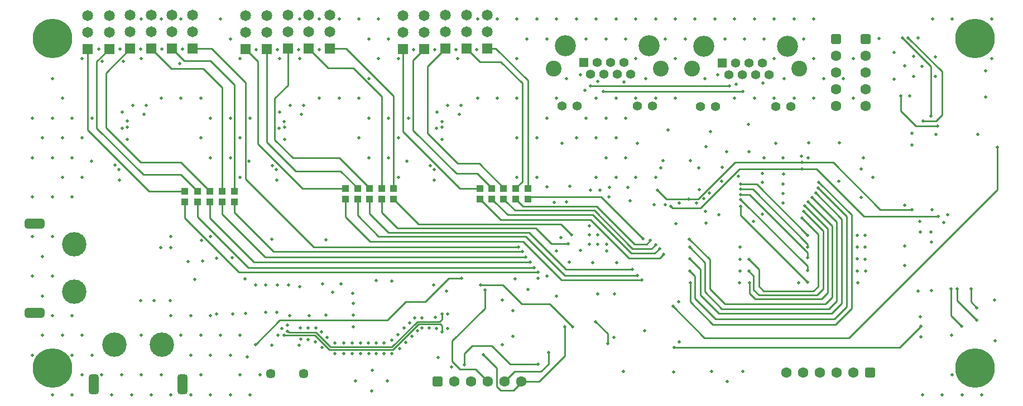
<source format=gbl>
G04*
G04 #@! TF.GenerationSoftware,Altium Limited,Altium Designer,22.4.2 (48)*
G04*
G04 Layer_Physical_Order=4*
G04 Layer_Color=13888217*
%FSLAX44Y44*%
%MOMM*%
G71*
G04*
G04 #@! TF.SameCoordinates,B701488B-7258-471B-98CB-2349E65484A3*
G04*
G04*
G04 #@! TF.FilePolarity,Positive*
G04*
G01*
G75*
%ADD14C,0.2540*%
G04:AMPARAMS|DCode=25|XSize=1mm|YSize=1.1mm|CornerRadius=0.075mm|HoleSize=0mm|Usage=FLASHONLY|Rotation=180.000|XOffset=0mm|YOffset=0mm|HoleType=Round|Shape=RoundedRectangle|*
%AMROUNDEDRECTD25*
21,1,1.0000,0.9500,0,0,180.0*
21,1,0.8500,1.1000,0,0,180.0*
1,1,0.1500,-0.4250,0.4750*
1,1,0.1500,0.4250,0.4750*
1,1,0.1500,0.4250,-0.4750*
1,1,0.1500,-0.4250,-0.4750*
%
%ADD25ROUNDEDRECTD25*%
%ADD104C,1.4080*%
%ADD105R,1.4080X1.4080*%
%ADD106C,2.4000*%
%ADD107C,3.2000*%
%ADD108C,1.6000*%
G04:AMPARAMS|DCode=109|XSize=1.6mm|YSize=1.6mm|CornerRadius=0.4mm|HoleSize=0mm|Usage=FLASHONLY|Rotation=180.000|XOffset=0mm|YOffset=0mm|HoleType=Round|Shape=RoundedRectangle|*
%AMROUNDEDRECTD109*
21,1,1.6000,0.8000,0,0,180.0*
21,1,0.8000,1.6000,0,0,180.0*
1,1,0.8000,-0.4000,0.4000*
1,1,0.8000,0.4000,0.4000*
1,1,0.8000,0.4000,-0.4000*
1,1,0.8000,-0.4000,-0.4000*
%
%ADD109ROUNDEDRECTD109*%
%ADD110C,1.4500*%
G04:AMPARAMS|DCode=111|XSize=1.6mm|YSize=1.6mm|CornerRadius=0.4mm|HoleSize=0mm|Usage=FLASHONLY|Rotation=270.000|XOffset=0mm|YOffset=0mm|HoleType=Round|Shape=RoundedRectangle|*
%AMROUNDEDRECTD111*
21,1,1.6000,0.8000,0,0,270.0*
21,1,0.8000,1.6000,0,0,270.0*
1,1,0.8000,-0.4000,-0.4000*
1,1,0.8000,-0.4000,0.4000*
1,1,0.8000,0.4000,0.4000*
1,1,0.8000,0.4000,-0.4000*
%
%ADD111ROUNDEDRECTD111*%
%ADD112C,3.7000*%
G04:AMPARAMS|DCode=113|XSize=1.5mm|YSize=3mm|CornerRadius=0.375mm|HoleSize=0mm|Usage=FLASHONLY|Rotation=90.000|XOffset=0mm|YOffset=0mm|HoleType=Round|Shape=RoundedRectangle|*
%AMROUNDEDRECTD113*
21,1,1.5000,2.2500,0,0,90.0*
21,1,0.7500,3.0000,0,0,90.0*
1,1,0.7500,1.1250,0.3750*
1,1,0.7500,1.1250,-0.3750*
1,1,0.7500,-1.1250,-0.3750*
1,1,0.7500,-1.1250,0.3750*
%
%ADD113ROUNDEDRECTD113*%
G04:AMPARAMS|DCode=114|XSize=1.5mm|YSize=3mm|CornerRadius=0.375mm|HoleSize=0mm|Usage=FLASHONLY|Rotation=180.000|XOffset=0mm|YOffset=0mm|HoleType=Round|Shape=RoundedRectangle|*
%AMROUNDEDRECTD114*
21,1,1.5000,2.2500,0,0,180.0*
21,1,0.7500,3.0000,0,0,180.0*
1,1,0.7500,-0.3750,1.1250*
1,1,0.7500,0.3750,1.1250*
1,1,0.7500,0.3750,-1.1250*
1,1,0.7500,-0.3750,-1.1250*
%
%ADD114ROUNDEDRECTD114*%
%ADD115C,6.0000*%
%ADD116R,1.6500X1.6500*%
%ADD117C,1.6500*%
%ADD118C,0.5000*%
D14*
X1471250Y525500D02*
X1490250D01*
X1133000Y393250D02*
X1192500Y452750D01*
X1090750Y393250D02*
X1133000D01*
X1088000Y396000D02*
X1090750Y393250D01*
X1185250Y463000D02*
X1286847D01*
X1129500Y407250D02*
X1185250Y463000D01*
X1115250Y407250D02*
X1129500D01*
X686000Y251250D02*
X716000D01*
X751500Y286750D02*
X770500D01*
X716000Y251250D02*
X751500Y286750D01*
X507435Y206230D02*
X509376Y204290D01*
X550173D02*
X571923Y182540D01*
X506770Y206230D02*
X507435D01*
X509376Y204290D02*
X550173D01*
X1448250Y652000D02*
X1499750Y600500D01*
Y535000D02*
Y600500D01*
X1490250Y525500D02*
X1499750Y535000D01*
X1482500Y532750D02*
Y608500D01*
X1439250Y651750D02*
X1482500Y608500D01*
X1460250Y518000D02*
X1493000D01*
X1437250Y541000D02*
X1460250Y518000D01*
X1437250Y541000D02*
Y563500D01*
X370140Y379860D02*
Y402570D01*
Y379860D02*
X447000Y303000D01*
X881250D01*
X1311500Y274250D02*
Y353250D01*
X1304500Y267250D02*
X1311500Y274250D01*
X1287000Y377750D02*
X1311500Y353250D01*
X1229000Y267250D02*
X1304500D01*
X1221750Y274500D02*
Y300500D01*
Y274500D02*
X1229000Y267250D01*
X1213750Y269250D02*
X1221698Y261302D01*
X1304948D02*
X1304948Y261302D01*
X1221698Y261302D02*
X1304948D01*
X1304948Y261302D02*
X1310052D01*
X1319500Y270750D02*
Y358250D01*
X1310052Y261302D02*
X1319500Y270750D01*
X1289750Y388000D02*
X1319500Y358250D01*
X1291750Y396500D02*
X1326500Y361750D01*
X1317250Y255250D02*
X1326500Y264500D01*
Y361750D01*
X1216250Y255250D02*
X1317250D01*
X1333000Y257500D02*
Y366250D01*
X1323000Y247500D02*
X1333000Y257500D01*
X1170750Y247500D02*
X1323000D01*
X1296750Y402500D02*
X1333000Y366250D01*
X1328250Y240500D02*
X1339750Y252000D01*
Y372250D01*
X1165500Y240500D02*
X1328250D01*
X1302500Y409500D02*
X1339750Y372250D01*
X1161000Y233250D02*
X1332500D01*
X1347500Y248250D02*
Y376750D01*
X1332500Y233250D02*
X1347500Y248250D01*
X1336250Y224750D02*
X1355000Y243500D01*
X1156250Y224750D02*
X1336250D01*
X1355000Y243500D02*
Y380750D01*
X1308250Y416000D02*
X1347500Y376750D01*
X1312000Y423750D02*
X1355000Y380750D01*
X1337750Y216250D02*
X1362500Y241000D01*
X1312750Y432750D02*
X1362500Y383000D01*
Y241000D02*
Y383000D01*
X1206750Y315500D02*
X1221750Y300500D01*
X1213750Y269250D02*
Y290500D01*
X1206750Y297500D02*
X1213750Y290500D01*
X1207250Y264250D02*
Y280250D01*
Y264250D02*
X1216250Y255250D01*
X1117500Y250750D02*
Y279750D01*
X1152000Y216250D02*
X1337750D01*
X1117500Y250750D02*
X1152000Y216250D01*
X1147250Y271000D02*
Y315250D01*
X1116500Y346000D02*
X1147250Y315250D01*
Y271000D02*
X1170750Y247500D01*
X1140000Y266000D02*
X1165500Y240500D01*
X1116750Y333750D02*
X1140000Y310500D01*
Y266000D02*
Y310500D01*
X1117000Y316000D02*
X1133000Y300000D01*
Y261250D02*
Y300000D01*
Y261250D02*
X1161000Y233250D01*
X1124750Y256250D02*
X1156250Y224750D01*
X1117250Y297500D02*
X1124750Y290000D01*
Y256250D02*
Y290000D01*
X1091250Y244000D02*
X1139000Y196250D01*
X1358250D02*
X1583250Y421250D01*
X1139000Y196250D02*
X1358250D01*
X1296000Y317750D02*
Y325250D01*
X1207721Y413529D02*
X1296000Y325250D01*
X1194971Y413529D02*
X1207721D01*
X1296000Y334500D02*
Y338750D01*
X1213000Y421750D02*
X1296000Y338750D01*
X1194500Y421750D02*
X1213000D01*
X1194500Y429500D02*
X1218500D01*
X1295750Y352250D01*
X1194250Y382000D02*
Y395750D01*
Y382000D02*
X1295750Y280500D01*
Y298500D02*
Y305210D01*
X1194500Y406460D02*
X1295750Y305210D01*
X1194500Y414000D02*
X1194971Y413529D01*
X1583250Y421250D02*
Y485250D01*
X1093000Y181500D02*
X1435250D01*
X1467750Y214000D01*
X1286906Y462941D02*
X1334482D01*
X1406173Y391250D02*
X1453750D01*
X1334482Y462941D02*
X1406173Y391250D01*
X1381500Y380750D02*
X1493500D01*
X1309500Y452750D02*
X1381500Y380750D01*
X1287000Y452750D02*
X1309500D01*
X1192500D02*
X1287000D01*
X1286847Y463000D02*
X1286906Y462941D01*
X1081500Y407250D02*
X1115250D01*
X1068000Y420750D02*
X1081500Y407250D01*
X986000Y570750D02*
X1197250D01*
X966750Y579000D02*
X1176750D01*
X871390Y407320D02*
X874070Y410000D01*
X982750D02*
X1045750Y347000D01*
X874070Y410000D02*
X982750D01*
X840710Y383000D02*
X969500D01*
X1028000Y324500D01*
X820620Y403090D02*
X840710Y383000D01*
X802620Y403090D02*
X829710Y376000D01*
X966000D01*
X1025000Y317000D01*
X667640Y406820D02*
X705460Y369000D01*
X921250D01*
X937500Y352750D01*
X673750Y362500D02*
X883750D01*
X906750Y339500D02*
X932750D01*
X883750Y362500D02*
X906750Y339500D01*
X649390Y386860D02*
X673750Y362500D01*
X649390Y386860D02*
Y407320D01*
X838870Y403090D02*
X852210Y389750D01*
X972000D01*
X1030000Y331750D01*
X857370Y403090D02*
X864210Y396250D01*
X975250D02*
X1033250Y338250D01*
X864210Y396250D02*
X975250D01*
X660000Y356250D02*
X873000D01*
X928750Y300500D01*
X631140Y385110D02*
X660000Y356250D01*
X928750Y300500D02*
X1030000D01*
X868250Y350000D02*
X927250Y291000D01*
X612890Y382110D02*
X645000Y350000D01*
X868250D01*
X927250Y291000D02*
X1037750D01*
X632250Y342500D02*
X863750D01*
X922500Y283750D01*
X1044000D01*
X594640Y380110D02*
X632250Y342500D01*
X443250Y437500D02*
X546250Y334500D01*
X856750D01*
X485500Y327250D02*
X862750D01*
X426390Y386360D02*
X485500Y327250D01*
X407640Y384110D02*
X472500Y319250D01*
X868500D01*
X456000Y311000D02*
X874750D01*
X388890Y378110D02*
X456000Y311000D01*
X351140Y377860D02*
X433250Y295750D01*
X887000D01*
X612890Y382110D02*
Y407320D01*
X631140Y385110D02*
Y407320D01*
X657750Y223000D02*
X686000Y251250D01*
X1033250Y338250D02*
X1051500D01*
X1057250Y344000D01*
X1059000Y331750D02*
X1065000Y337750D01*
X1030000Y331750D02*
X1059000D01*
X1063750Y324500D02*
X1071000Y331750D01*
X1028000Y324500D02*
X1063750D01*
X1025000Y317000D02*
X1071000D01*
X1077500Y323500D01*
X594640Y380110D02*
Y407320D01*
X798390Y406820D02*
Y407320D01*
Y406820D02*
X802120Y403090D01*
X802620D01*
X816390Y406820D02*
Y407320D01*
Y406820D02*
X820120Y403090D01*
X820620D01*
X853140Y406820D02*
Y407320D01*
Y406820D02*
X856870Y403090D01*
X857370D01*
X834640Y406820D02*
Y407320D01*
Y406820D02*
X838370Y403090D01*
X838870D01*
X426390Y386360D02*
Y402570D01*
X407640Y384110D02*
Y402570D01*
X388890Y378110D02*
Y402570D01*
X351140Y377860D02*
Y402570D01*
X1513250Y230000D02*
X1529250Y214000D01*
X1513250Y230000D02*
Y270500D01*
X1537625Y237875D02*
Y237875D01*
X1523000Y252500D02*
Y270750D01*
Y252500D02*
X1537625Y237875D01*
Y237875D02*
X1552250Y223250D01*
X1543750Y251000D02*
X1552500Y242250D01*
X1543750Y251000D02*
Y271000D01*
X974250Y221000D02*
X992250Y203000D01*
Y187500D02*
Y203000D01*
X774750Y155250D02*
Y172250D01*
X756750Y191750D02*
X806000Y241000D01*
X756750Y160750D02*
Y191750D01*
Y160750D02*
X768500Y149000D01*
X791800D01*
X810800Y130000D01*
X806000Y241000D02*
Y268500D01*
X799250Y276250D02*
X833750D01*
X862500Y247500D01*
X886860Y156000D02*
X887180Y156320D01*
X844500Y156000D02*
X886860D01*
X816500Y184000D02*
X844500Y156000D01*
X786500Y184000D02*
X816500D01*
X774750Y172250D02*
X786500Y184000D01*
X902500Y156250D02*
Y174500D01*
X891250Y145000D02*
X902500Y156250D01*
X851200Y145000D02*
X891250D01*
X888250Y130000D02*
X927500Y169250D01*
Y212750D01*
X861600Y130000D02*
X888250D01*
X824000Y122250D02*
Y150250D01*
X803500Y170750D02*
X824000Y150250D01*
Y122250D02*
X830000Y116250D01*
X849500D01*
X861600Y128350D01*
Y130000D01*
X836200D02*
X851200Y145000D01*
X904750Y247500D02*
X939250Y213000D01*
X862500Y247500D02*
X904750D01*
X862750Y433430D02*
Y582750D01*
X798308Y615250D02*
X830250D01*
X862750Y582750D01*
X871390Y423320D02*
Y586860D01*
X822666Y635584D02*
X871390Y586860D01*
X809724Y635584D02*
X822666D01*
X778228Y635330D02*
X798308Y615250D01*
X853140Y423820D02*
X862750Y433430D01*
X853140Y423320D02*
Y423820D01*
X697500Y511000D02*
Y618138D01*
Y511000D02*
X763000Y445500D01*
X794710D01*
X697500Y618138D02*
X714432Y635070D01*
X719000Y507250D02*
X765250Y461000D01*
X719000Y608106D02*
X746224Y635330D01*
X719000Y507250D02*
Y608106D01*
X765250Y461000D02*
X797460D01*
X834640Y423820D01*
Y423320D02*
Y423820D01*
X767930Y423320D02*
X798390D01*
X681962Y509288D02*
Y634822D01*
Y509288D02*
X767930Y423320D01*
X794710Y445500D02*
X816390Y423820D01*
Y423320D02*
Y423820D01*
X487500Y496500D02*
Y560003D01*
Y496500D02*
X514750Y469250D01*
X487500Y560003D02*
X507182Y579684D01*
X539186Y635330D02*
X568766Y605750D01*
X606500D02*
X649390Y562860D01*
Y423320D02*
Y562860D01*
X568766Y605750D02*
X606500D01*
X571640Y635584D02*
X595416D01*
X667640Y423320D02*
Y563360D01*
X595416Y635584D02*
X667640Y563360D01*
X570682Y635584D02*
X571640D01*
X585710Y469250D02*
X631140Y423820D01*
X514750Y469250D02*
X585710D01*
X631140Y423320D02*
Y423820D01*
X507182Y579684D02*
Y635330D01*
X475390Y493360D02*
X519500Y449250D01*
X587460D01*
X612890Y423820D01*
X475390Y493360D02*
Y634070D01*
X529180Y423320D02*
X594640D01*
X461500Y491000D02*
X529180Y423320D01*
X461500Y491000D02*
Y616242D01*
X612890Y423320D02*
Y423820D01*
X442920Y634822D02*
X461500Y616242D01*
X443250Y437500D02*
Y584000D01*
X378750Y605250D02*
X407640Y576360D01*
Y418570D02*
Y576360D01*
X369640Y418570D02*
Y419570D01*
X365910Y422800D02*
X366410D01*
X369640Y419570D01*
X344710Y444000D02*
X365910Y422800D01*
X287750Y444000D02*
X344710D01*
X389750Y617000D02*
X426390Y580360D01*
Y418320D02*
Y580360D01*
X350224Y617000D02*
X389750D01*
X391710Y635540D02*
X443250Y584000D01*
X330224Y605250D02*
X378750D01*
X300144Y635330D02*
X330224Y605250D01*
X331640Y635584D02*
X350224Y617000D01*
X217000Y514750D02*
Y615722D01*
Y514750D02*
X287750Y444000D01*
X231500Y515500D02*
Y598690D01*
Y515500D02*
X284317Y462683D01*
X345276D01*
X231500Y598690D02*
X268140Y635330D01*
X388890Y418570D02*
Y419070D01*
X345276Y462683D02*
X388890Y419070D01*
X217000Y615722D02*
X236348Y635070D01*
X296930Y418570D02*
X351140D01*
X203878Y511622D02*
Y634822D01*
Y511622D02*
X296930Y418570D01*
X362990Y635540D02*
X391710D01*
X667640Y406820D02*
Y407320D01*
X495000Y223000D02*
X657750D01*
X458250Y186250D02*
X495000Y223000D01*
X737500Y221040D02*
X741250Y224790D01*
Y232500D01*
X665077Y182540D02*
X703577Y221040D01*
X737500D01*
X571923Y182540D02*
X665077D01*
X740750Y205250D02*
Y214500D01*
Y205250D02*
X741000Y205000D01*
X738250Y217000D02*
X740750Y214500D01*
X705250Y217000D02*
X738250D01*
X666750Y178500D02*
X705250Y217000D01*
X570250Y178500D02*
X666750D01*
X548500Y200250D02*
X570250Y178500D01*
X501500Y200250D02*
X548500D01*
X507182Y635330D02*
X507890Y634622D01*
X475390Y635070D02*
X476390Y634070D01*
D25*
X853140Y423320D02*
D03*
Y407320D02*
D03*
X871390Y423320D02*
D03*
Y407320D02*
D03*
X816390Y423320D02*
D03*
Y407320D02*
D03*
X798390Y423320D02*
D03*
Y407320D02*
D03*
X834640Y423320D02*
D03*
Y407320D02*
D03*
X649390Y423320D02*
D03*
Y407320D02*
D03*
X594640Y423320D02*
D03*
Y407320D02*
D03*
X667640Y423320D02*
D03*
Y407320D02*
D03*
X631140Y423320D02*
D03*
Y407320D02*
D03*
X612890Y423320D02*
D03*
Y407320D02*
D03*
X351140Y418570D02*
D03*
Y402570D02*
D03*
X370140Y418570D02*
D03*
Y402570D02*
D03*
X426390Y418570D02*
D03*
Y402570D02*
D03*
X388890Y418570D02*
D03*
Y402570D02*
D03*
X407640Y418570D02*
D03*
Y402570D02*
D03*
D104*
X1155970Y547800D02*
D03*
X1247370D02*
D03*
X1133070D02*
D03*
X1270270D02*
D03*
X1196570Y596000D02*
D03*
X1206770Y613800D02*
D03*
X1186370D02*
D03*
X1216970Y596000D02*
D03*
X1176170D02*
D03*
X1227170Y613800D02*
D03*
X1237370Y596000D02*
D03*
X945970Y548000D02*
D03*
X1037370D02*
D03*
X923070D02*
D03*
X1060270D02*
D03*
X986570Y596200D02*
D03*
X996770Y614000D02*
D03*
X976370D02*
D03*
X1006970Y596200D02*
D03*
X966170D02*
D03*
X1017170Y614000D02*
D03*
X1027370Y596200D02*
D03*
D105*
X1165970Y613800D02*
D03*
X955970Y614000D02*
D03*
D106*
X1120420Y604900D02*
D03*
X1282920D02*
D03*
X910420Y605100D02*
D03*
X1072920D02*
D03*
D107*
X1138170Y639200D02*
D03*
X1265170D02*
D03*
X928170Y639400D02*
D03*
X1055170D02*
D03*
D108*
X1263750Y144000D02*
D03*
X1289150D02*
D03*
X1339950D02*
D03*
X1365350D02*
D03*
X1314550D02*
D03*
X1338500Y547950D02*
D03*
Y598750D02*
D03*
Y624150D02*
D03*
Y573350D02*
D03*
X1384000Y548200D02*
D03*
Y599000D02*
D03*
Y624400D02*
D03*
Y573600D02*
D03*
X861600Y130000D02*
D03*
X836200D02*
D03*
X785400D02*
D03*
X760000D02*
D03*
X810800D02*
D03*
D109*
X1390750Y144000D02*
D03*
X734600Y130000D02*
D03*
D110*
X530800Y141900D02*
D03*
X480800D02*
D03*
D111*
X1338500Y649550D02*
D03*
X1384000Y649800D02*
D03*
D112*
X183000Y266000D02*
D03*
Y338000D02*
D03*
X316000Y186000D02*
D03*
X244000D02*
D03*
D113*
X123000Y234500D02*
D03*
Y369500D02*
D03*
D114*
X347500Y126000D02*
D03*
X212500D02*
D03*
D115*
X1549800Y150600D02*
D03*
Y650600D02*
D03*
X149800D02*
D03*
Y150600D02*
D03*
D116*
X362990Y635540D02*
D03*
X300144Y635330D02*
D03*
X331640Y635584D02*
D03*
X203878Y634822D02*
D03*
X236348Y635070D02*
D03*
X268140Y635330D02*
D03*
X539186D02*
D03*
X507182D02*
D03*
X442920Y634822D02*
D03*
X570682Y635584D02*
D03*
X475390Y635070D02*
D03*
X809724Y635584D02*
D03*
X778228Y635330D02*
D03*
X681962Y634822D02*
D03*
X714432Y635070D02*
D03*
X746224Y635330D02*
D03*
D117*
X362990Y660940D02*
D03*
Y686340D02*
D03*
X300144Y660730D02*
D03*
Y686130D02*
D03*
X331640Y660984D02*
D03*
Y686384D02*
D03*
X203878Y660222D02*
D03*
Y685622D02*
D03*
X236348Y660470D02*
D03*
Y685870D02*
D03*
X268140Y660730D02*
D03*
Y686130D02*
D03*
X539186Y660730D02*
D03*
Y686130D02*
D03*
X507182Y660730D02*
D03*
Y686130D02*
D03*
X442920Y660222D02*
D03*
Y685622D02*
D03*
X570682Y660984D02*
D03*
Y686384D02*
D03*
X475390Y660470D02*
D03*
Y685870D02*
D03*
X809724Y660984D02*
D03*
Y686384D02*
D03*
X778228Y660730D02*
D03*
Y686130D02*
D03*
X681962Y660222D02*
D03*
Y685622D02*
D03*
X714432Y660470D02*
D03*
Y685870D02*
D03*
X746224Y660730D02*
D03*
Y686130D02*
D03*
D118*
X1471250Y525500D02*
D03*
X1228000Y582750D02*
D03*
X1187250Y581250D02*
D03*
X1159250Y596000D02*
D03*
X1017500Y585000D02*
D03*
X958000Y572000D02*
D03*
X977250Y585250D02*
D03*
X951250Y595750D02*
D03*
X794000Y634250D02*
D03*
X762250D02*
D03*
X730500D02*
D03*
X698250D02*
D03*
X555000D02*
D03*
X523250D02*
D03*
X491500D02*
D03*
X459250Y634000D02*
D03*
X220250Y634500D02*
D03*
X252250Y634750D02*
D03*
X284250D02*
D03*
X316000D02*
D03*
X347500D02*
D03*
X343500Y612750D02*
D03*
X258000Y616000D02*
D03*
X225750D02*
D03*
X1026250Y404750D02*
D03*
X755750Y151750D02*
D03*
X767250Y535250D02*
D03*
X528000D02*
D03*
X289000Y535500D02*
D03*
X1513750Y200000D02*
D03*
X1467750Y198000D02*
D03*
X1467000Y228000D02*
D03*
X1100750Y190000D02*
D03*
X1100000Y251500D02*
D03*
X1002750Y262750D02*
D03*
X977500Y263000D02*
D03*
X1193000Y334000D02*
D03*
Y315750D02*
D03*
Y297750D02*
D03*
X1383250Y352000D02*
D03*
Y333750D02*
D03*
Y315750D02*
D03*
X1383500Y297750D02*
D03*
X1371000Y352250D02*
D03*
Y334000D02*
D03*
Y316000D02*
D03*
X1371250Y297750D02*
D03*
X1483250Y341500D02*
D03*
X1483000Y357000D02*
D03*
X1466500Y356750D02*
D03*
X1466250Y373250D02*
D03*
X1443250Y397750D02*
D03*
X1508500Y383500D02*
D03*
X1502500Y371250D02*
D03*
X1484500Y390500D02*
D03*
X1296500Y469750D02*
D03*
X1230000Y469250D02*
D03*
X1258500D02*
D03*
X1227250Y446250D02*
D03*
X658500Y130750D02*
D03*
X634750Y115500D02*
D03*
X610250Y130500D02*
D03*
X635000Y146750D02*
D03*
X498000Y210250D02*
D03*
X524500Y185000D02*
D03*
X483250Y184750D02*
D03*
X445250Y167500D02*
D03*
X564750Y231000D02*
D03*
X565250Y345000D02*
D03*
X980750Y420750D02*
D03*
X966500D02*
D03*
X1006000Y310500D02*
D03*
X990750Y328500D02*
D03*
X970000Y310500D02*
D03*
X934250Y311000D02*
D03*
X915000Y328500D02*
D03*
X921750Y348750D02*
D03*
X951500Y329000D02*
D03*
X990500Y338500D02*
D03*
X977500D02*
D03*
X977750Y352750D02*
D03*
X964750D02*
D03*
Y366000D02*
D03*
X965000Y338750D02*
D03*
X1344250Y492250D02*
D03*
X1297250D02*
D03*
X1247500Y491250D02*
D03*
X1227250Y383750D02*
D03*
X1258750Y401000D02*
D03*
X1258500Y415000D02*
D03*
X1258750Y430000D02*
D03*
X1227250Y432500D02*
D03*
X1259000Y445250D02*
D03*
X1489250Y623250D02*
D03*
X1489500Y593000D02*
D03*
X1469500Y608250D02*
D03*
X1456750Y593250D02*
D03*
X1443250Y609000D02*
D03*
X1456750Y623750D02*
D03*
X1426750Y629500D02*
D03*
X1404500Y650750D02*
D03*
X1127000Y400750D02*
D03*
X1088000Y396000D02*
D03*
X1101250Y400750D02*
D03*
X1165250Y434250D02*
D03*
X1147000Y416250D02*
D03*
X1138250Y407500D02*
D03*
X1131000Y454500D02*
D03*
X1073000Y454000D02*
D03*
X1131250Y421000D02*
D03*
X1079500Y398750D02*
D03*
X1062750D02*
D03*
X994500Y410250D02*
D03*
X994750Y425000D02*
D03*
X911000Y401750D02*
D03*
X887000Y286750D02*
D03*
X1173750Y130250D02*
D03*
X1150250Y145250D02*
D03*
X1197250D02*
D03*
X1575000Y680000D02*
D03*
Y620000D02*
D03*
X1560000Y110000D02*
D03*
X1530000D02*
D03*
X1515000Y680000D02*
D03*
Y140000D02*
D03*
X1500000Y110000D02*
D03*
X1485000Y680000D02*
D03*
X1470000Y110000D02*
D03*
X1380000Y470000D02*
D03*
X1395000Y440000D02*
D03*
X1365000Y620000D02*
D03*
X1350000Y590000D02*
D03*
X1365000Y560000D02*
D03*
X1320000Y590000D02*
D03*
X1305000Y680000D02*
D03*
X1290000Y650000D02*
D03*
X1305000Y620000D02*
D03*
Y560000D02*
D03*
X1275000Y680000D02*
D03*
X1260000Y590000D02*
D03*
X1275000Y560000D02*
D03*
X1245000Y680000D02*
D03*
X1230000Y650000D02*
D03*
X1245000Y620000D02*
D03*
Y560000D02*
D03*
X1215000Y680000D02*
D03*
X1200000Y650000D02*
D03*
X1215000Y560000D02*
D03*
X1185000Y680000D02*
D03*
X1170000Y650000D02*
D03*
X1185000Y560000D02*
D03*
X1155000Y680000D02*
D03*
X1140000Y590000D02*
D03*
X1125000Y680000D02*
D03*
X1110000Y650000D02*
D03*
X1095000Y680000D02*
D03*
X1080000Y650000D02*
D03*
X1095000Y620000D02*
D03*
Y560000D02*
D03*
X1065000Y680000D02*
D03*
X1050000Y590000D02*
D03*
X1065000Y560000D02*
D03*
Y440000D02*
D03*
X1035000Y680000D02*
D03*
X1020000Y650000D02*
D03*
X1035000Y620000D02*
D03*
Y560000D02*
D03*
X1020000Y530000D02*
D03*
Y470000D02*
D03*
X1035000Y440000D02*
D03*
X1005000Y680000D02*
D03*
X990000Y650000D02*
D03*
X1005000Y560000D02*
D03*
X990000Y530000D02*
D03*
X1005000Y500000D02*
D03*
X990000Y470000D02*
D03*
X1005000Y440000D02*
D03*
X975000Y680000D02*
D03*
X960000Y650000D02*
D03*
X975000Y560000D02*
D03*
X960000Y530000D02*
D03*
X975000Y500000D02*
D03*
Y440000D02*
D03*
X945000Y680000D02*
D03*
X930000Y590000D02*
D03*
X945000Y500000D02*
D03*
X915000Y680000D02*
D03*
X900000Y650000D02*
D03*
X915000Y560000D02*
D03*
X900000Y530000D02*
D03*
Y290000D02*
D03*
X915000Y260000D02*
D03*
X885000Y680000D02*
D03*
X870000Y650000D02*
D03*
X885000Y500000D02*
D03*
Y440000D02*
D03*
X855000Y680000D02*
D03*
Y620000D02*
D03*
Y560000D02*
D03*
Y500000D02*
D03*
Y440000D02*
D03*
X825000Y680000D02*
D03*
Y560000D02*
D03*
X795000Y680000D02*
D03*
Y560000D02*
D03*
X765000Y620000D02*
D03*
X690000Y530000D02*
D03*
X660000Y650000D02*
D03*
X675000Y620000D02*
D03*
X660000Y530000D02*
D03*
X675000Y500000D02*
D03*
X660000Y470000D02*
D03*
X675000Y440000D02*
D03*
X645000Y680000D02*
D03*
X630000Y650000D02*
D03*
X645000Y620000D02*
D03*
X630000Y590000D02*
D03*
Y530000D02*
D03*
Y470000D02*
D03*
X615000Y680000D02*
D03*
Y560000D02*
D03*
Y500000D02*
D03*
X585000Y680000D02*
D03*
Y560000D02*
D03*
X555000Y680000D02*
D03*
Y560000D02*
D03*
X540000Y230000D02*
D03*
X525000Y680000D02*
D03*
Y620000D02*
D03*
X510000Y230000D02*
D03*
X495000Y620000D02*
D03*
X450000Y530000D02*
D03*
X465000Y140000D02*
D03*
X450000Y110000D02*
D03*
X420000Y650000D02*
D03*
X435000Y620000D02*
D03*
X420000Y530000D02*
D03*
X435000Y500000D02*
D03*
X420000Y470000D02*
D03*
X435000Y440000D02*
D03*
Y200000D02*
D03*
X420000Y170000D02*
D03*
X435000Y140000D02*
D03*
X420000Y110000D02*
D03*
X405000Y680000D02*
D03*
X390000Y530000D02*
D03*
Y470000D02*
D03*
Y350000D02*
D03*
Y230000D02*
D03*
X405000Y200000D02*
D03*
X390000Y170000D02*
D03*
Y110000D02*
D03*
X375000Y560000D02*
D03*
Y500000D02*
D03*
X360000Y230000D02*
D03*
X375000Y200000D02*
D03*
X360000Y170000D02*
D03*
X375000Y140000D02*
D03*
X360000Y110000D02*
D03*
X345000Y680000D02*
D03*
Y560000D02*
D03*
X330000Y350000D02*
D03*
Y230000D02*
D03*
X345000Y200000D02*
D03*
X330000Y110000D02*
D03*
X315000Y680000D02*
D03*
Y560000D02*
D03*
Y140000D02*
D03*
X300000Y110000D02*
D03*
X285000Y680000D02*
D03*
Y620000D02*
D03*
Y200000D02*
D03*
Y140000D02*
D03*
X270000Y110000D02*
D03*
X255000Y140000D02*
D03*
X240000Y110000D02*
D03*
X210000Y530000D02*
D03*
Y170000D02*
D03*
X225000Y140000D02*
D03*
X195000Y620000D02*
D03*
X180000Y530000D02*
D03*
X195000Y500000D02*
D03*
X180000Y470000D02*
D03*
X195000Y440000D02*
D03*
X180000Y410000D02*
D03*
Y230000D02*
D03*
X195000Y200000D02*
D03*
X180000Y170000D02*
D03*
X195000Y140000D02*
D03*
X180000Y110000D02*
D03*
X150000Y590000D02*
D03*
X165000Y560000D02*
D03*
X150000Y530000D02*
D03*
X165000Y500000D02*
D03*
X150000Y470000D02*
D03*
X165000Y440000D02*
D03*
X150000Y410000D02*
D03*
Y350000D02*
D03*
Y290000D02*
D03*
Y230000D02*
D03*
X165000Y200000D02*
D03*
X150000Y110000D02*
D03*
X120000Y530000D02*
D03*
X135000Y500000D02*
D03*
X120000Y470000D02*
D03*
Y410000D02*
D03*
Y350000D02*
D03*
X135000Y320000D02*
D03*
X120000Y290000D02*
D03*
X135000Y260000D02*
D03*
Y200000D02*
D03*
X120000Y170000D02*
D03*
X728500Y276250D02*
D03*
X747500Y267500D02*
D03*
X750000Y232500D02*
D03*
X730750Y227750D02*
D03*
X732500Y210500D02*
D03*
X749250D02*
D03*
X721750Y211000D02*
D03*
X711000Y211500D02*
D03*
X710250Y227000D02*
D03*
X700000Y226750D02*
D03*
X703500Y206750D02*
D03*
X691750Y219000D02*
D03*
X695250Y198500D02*
D03*
X683500Y211000D02*
D03*
X685750Y189250D02*
D03*
X674250Y201500D02*
D03*
X677000Y180250D02*
D03*
X665000Y172000D02*
D03*
X664750Y192500D02*
D03*
X653000Y172500D02*
D03*
X652750Y188750D02*
D03*
X641500Y172500D02*
D03*
X641250Y188750D02*
D03*
X630000Y172500D02*
D03*
X629750Y188750D02*
D03*
X617750Y172500D02*
D03*
Y188500D02*
D03*
X604750Y172500D02*
D03*
Y188500D02*
D03*
X592000Y172750D02*
D03*
Y188500D02*
D03*
X579000Y172750D02*
D03*
Y188500D02*
D03*
X442750Y233750D02*
D03*
X423500Y232500D02*
D03*
X399250D02*
D03*
X490750Y235000D02*
D03*
X473750Y234750D02*
D03*
X559250Y182000D02*
D03*
X566750Y196750D02*
D03*
X558500Y205250D02*
D03*
X548750Y190250D02*
D03*
X549500Y211750D02*
D03*
X538000Y193750D02*
D03*
Y211750D02*
D03*
X526750Y194000D02*
D03*
X526500Y211750D02*
D03*
X506750Y215250D02*
D03*
X492500Y200000D02*
D03*
X1002000Y196750D02*
D03*
X1580250Y192000D02*
D03*
X1579750Y253750D02*
D03*
X1443250Y335750D02*
D03*
Y306000D02*
D03*
X1343500Y433750D02*
D03*
X1376750Y452250D02*
D03*
X1165750Y455000D02*
D03*
X923000Y492000D02*
D03*
X1037500Y491750D02*
D03*
X1213750Y372750D02*
D03*
X1450250Y563500D02*
D03*
X1426750Y588750D02*
D03*
X1463000Y652000D02*
D03*
X1448250D02*
D03*
X1439250Y651750D02*
D03*
X1482500Y532750D02*
D03*
X1493000Y518000D02*
D03*
X1437250Y563500D02*
D03*
X1565750Y601750D02*
D03*
Y562250D02*
D03*
X328750Y253000D02*
D03*
X304250D02*
D03*
X284250Y253250D02*
D03*
X422500Y317750D02*
D03*
X398750Y317250D02*
D03*
X378250Y313000D02*
D03*
X366000Y284750D02*
D03*
X330000Y333250D02*
D03*
X375827Y344310D02*
D03*
X1206250Y520000D02*
D03*
X1148750Y509500D02*
D03*
X1454000Y506500D02*
D03*
Y489250D02*
D03*
X1377000Y409750D02*
D03*
X482750Y346250D02*
D03*
X1286652Y472155D02*
D03*
X1206735Y478985D02*
D03*
X1172735D02*
D03*
X1190485Y441985D02*
D03*
X1287000Y377750D02*
D03*
X1206750Y315500D02*
D03*
X1289750Y388000D02*
D03*
X1206750Y297500D02*
D03*
X1291750Y396500D02*
D03*
X1296750Y402500D02*
D03*
X1302500Y409500D02*
D03*
X1308250Y416000D02*
D03*
X1312000Y423750D02*
D03*
X1312750Y432750D02*
D03*
X1207250Y280250D02*
D03*
X1194250Y395750D02*
D03*
X1295750Y280500D02*
D03*
X1194500Y406460D02*
D03*
X1295750Y298500D02*
D03*
X1194500Y414000D02*
D03*
X1296000Y317750D02*
D03*
X1194500Y421750D02*
D03*
Y429500D02*
D03*
X1296000Y334500D02*
D03*
X1295750Y352250D02*
D03*
X1116500Y346000D02*
D03*
X1116750Y333750D02*
D03*
X1117000Y316000D02*
D03*
X1117250Y297500D02*
D03*
X1453750Y391250D02*
D03*
X1493500Y380750D02*
D03*
X1286906Y462941D02*
D03*
X1287000Y452750D02*
D03*
X1141500Y486750D02*
D03*
X1083750Y511750D02*
D03*
X1483249Y267702D02*
D03*
X1554000Y505250D02*
D03*
X1490750Y505500D02*
D03*
X1076250Y465750D02*
D03*
X1118000Y465000D02*
D03*
X1115250Y407250D02*
D03*
X1068000Y420750D02*
D03*
X1197250Y570750D02*
D03*
X986000D02*
D03*
X1176750Y579000D02*
D03*
X966750D02*
D03*
X1095500Y369500D02*
D03*
X1140750Y388500D02*
D03*
X1141250Y370250D02*
D03*
X930250Y402500D02*
D03*
X935000Y426250D02*
D03*
X900250Y425750D02*
D03*
X932750Y339500D02*
D03*
X937500Y352750D02*
D03*
X856750Y334500D02*
D03*
X862750Y327250D02*
D03*
X868500Y319250D02*
D03*
X874750Y311000D02*
D03*
X881250Y303000D02*
D03*
X887000Y295750D02*
D03*
X1030000Y300500D02*
D03*
X770500Y286750D02*
D03*
X1037750Y291000D02*
D03*
X1045750Y347000D02*
D03*
X1057250Y344000D02*
D03*
X1065000Y337750D02*
D03*
X1071000Y331750D02*
D03*
X1077500Y323500D02*
D03*
X1044000Y283750D02*
D03*
X1092250Y144500D02*
D03*
X1016500Y145000D02*
D03*
X1463500Y267250D02*
D03*
X1371750Y279750D02*
D03*
X1282000Y280000D02*
D03*
X1192500D02*
D03*
X1160750Y383500D02*
D03*
X1022750Y425000D02*
D03*
X458250Y276250D02*
D03*
X442500Y286250D02*
D03*
X474000Y276500D02*
D03*
X491000D02*
D03*
X508500D02*
D03*
X525000Y274000D02*
D03*
X1513250Y270500D02*
D03*
X1529250Y214000D02*
D03*
X1552250Y223250D02*
D03*
X1523000Y270750D02*
D03*
X1552500Y242250D02*
D03*
X1543750Y271000D02*
D03*
X1093000Y181500D02*
D03*
X1467750Y214000D02*
D03*
X992250Y187500D02*
D03*
X974250Y221000D02*
D03*
X1583250Y485250D02*
D03*
X1091250Y244000D02*
D03*
X774750Y155250D02*
D03*
X806000Y268500D02*
D03*
X799250Y276250D02*
D03*
X887180Y156320D02*
D03*
X927500Y212750D02*
D03*
X803500Y170750D02*
D03*
X833000Y185750D02*
D03*
X902500Y174500D02*
D03*
X939250Y213000D02*
D03*
X1048750Y206750D02*
D03*
X871250Y270000D02*
D03*
X852000Y286250D02*
D03*
X833000Y253750D02*
D03*
X849000Y238000D02*
D03*
Y198250D02*
D03*
X735500Y166500D02*
D03*
X458250Y186250D02*
D03*
X741250Y232500D02*
D03*
X741000Y205000D02*
D03*
X506770Y206230D02*
D03*
X501500Y200250D02*
D03*
X665250Y282750D02*
D03*
X641250Y283000D02*
D03*
X606000Y264250D02*
D03*
X588250Y278500D02*
D03*
X575500Y265250D02*
D03*
X559750Y278500D02*
D03*
X606500Y248750D02*
D03*
Y230750D02*
D03*
X606750Y213000D02*
D03*
X355500Y312000D02*
D03*
X314000Y333250D02*
D03*
X733880Y538796D02*
D03*
X732750Y514750D02*
D03*
X741130Y497546D02*
D03*
X729130Y451546D02*
D03*
X687630Y464296D02*
D03*
X749630Y549046D02*
D03*
X769880D02*
D03*
X494838Y538796D02*
D03*
X494000Y514750D02*
D03*
X502088Y497546D02*
D03*
X490088Y451546D02*
D03*
X448588Y464296D02*
D03*
X510588Y549046D02*
D03*
X530838D02*
D03*
X723176Y458092D02*
D03*
X729426Y435592D02*
D03*
X484134Y458092D02*
D03*
X490384Y435592D02*
D03*
X741130Y516088D02*
D03*
X740880Y524588D02*
D03*
X501750Y524500D02*
D03*
X502000Y516000D02*
D03*
X263771Y525599D02*
D03*
X251500Y435750D02*
D03*
X245250Y458250D02*
D03*
X264000Y516250D02*
D03*
X292000Y549250D02*
D03*
X271750D02*
D03*
X209750Y464500D02*
D03*
X251250Y451750D02*
D03*
X263250Y497750D02*
D03*
X256250Y514750D02*
D03*
X256000Y539000D02*
D03*
X1117500Y279750D02*
D03*
M02*

</source>
